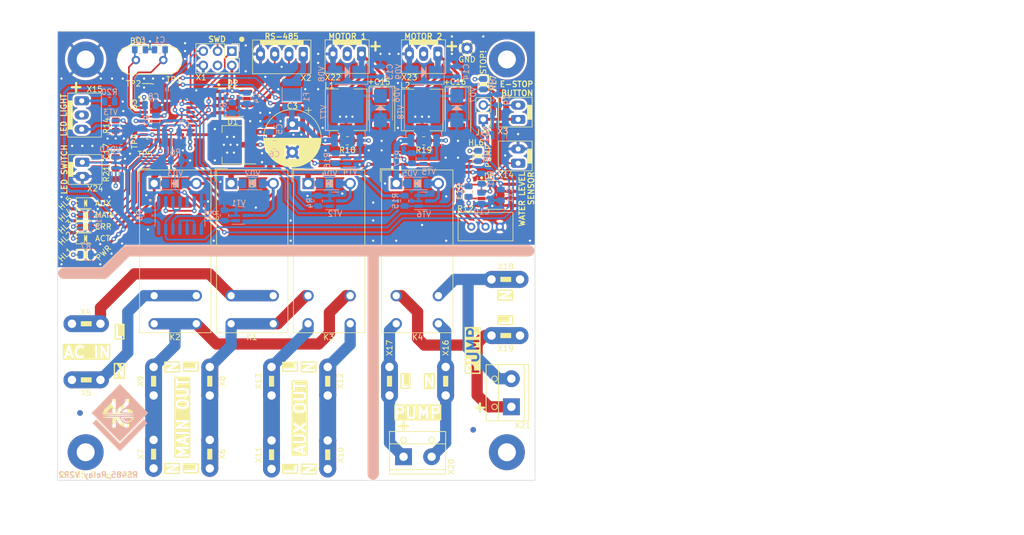
<source format=kicad_pcb>
(kicad_pcb
	(version 20240108)
	(generator "pcbnew")
	(generator_version "8.0")
	(general
		(thickness 1.6)
		(legacy_teardrops no)
	)
	(paper "A4")
	(title_block
		(title "RS485_Relay V2 module")
		(rev "2")
		(company "ООО \"Экросхим\"")
		(comment 1 "Anton Mukhin")
	)
	(layers
		(0 "F.Cu" signal)
		(31 "B.Cu" signal)
		(32 "B.Adhes" user "B.Adhesive")
		(33 "F.Adhes" user "F.Adhesive")
		(34 "B.Paste" user)
		(35 "F.Paste" user)
		(36 "B.SilkS" user "B.Silkscreen")
		(37 "F.SilkS" user "F.Silkscreen")
		(38 "B.Mask" user)
		(39 "F.Mask" user)
		(40 "Dwgs.User" user "User.Drawings")
		(41 "Cmts.User" user "User.Comments")
		(42 "Eco1.User" user "User.Eco1")
		(43 "Eco2.User" user "User.Eco2")
		(44 "Edge.Cuts" user)
		(45 "Margin" user)
		(46 "B.CrtYd" user "B.Courtyard")
		(47 "F.CrtYd" user "F.Courtyard")
		(48 "B.Fab" user)
		(49 "F.Fab" user)
		(50 "User.1" user)
		(51 "User.2" user)
		(52 "User.3" user)
		(53 "User.4" user)
		(54 "User.5" user)
		(55 "User.6" user)
		(56 "User.7" user)
		(57 "User.8" user)
		(58 "User.9" user)
	)
	(setup
		(pad_to_mask_clearance 0)
		(allow_soldermask_bridges_in_footprints no)
		(aux_axis_origin 40 110)
		(grid_origin 40 110)
		(pcbplotparams
			(layerselection 0x00010fc_ffffffff)
			(plot_on_all_layers_selection 0x0000000_00000000)
			(disableapertmacros no)
			(usegerberextensions no)
			(usegerberattributes no)
			(usegerberadvancedattributes no)
			(creategerberjobfile no)
			(dashed_line_dash_ratio 12.000000)
			(dashed_line_gap_ratio 3.000000)
			(svgprecision 4)
			(plotframeref no)
			(viasonmask no)
			(mode 1)
			(useauxorigin yes)
			(hpglpennumber 1)
			(hpglpenspeed 20)
			(hpglpendiameter 15.000000)
			(pdf_front_fp_property_popups yes)
			(pdf_back_fp_property_popups yes)
			(dxfpolygonmode yes)
			(dxfimperialunits yes)
			(dxfusepcbnewfont yes)
			(psnegative no)
			(psa4output no)
			(plotreference yes)
			(plotvalue no)
			(plotfptext yes)
			(plotinvisibletext no)
			(sketchpadsonfab no)
			(subtractmaskfromsilk yes)
			(outputformat 1)
			(mirror no)
			(drillshape 0)
			(scaleselection 1)
			(outputdirectory "gerbers/")
		)
	)
	(net 0 "")
	(net 1 "Net-(D3-PF1)")
	(net 2 "Net-(D3-PF0)")
	(net 3 "GND")
	(net 4 "+12V")
	(net 5 "+3V3")
	(net 6 "E_STOP")
	(net 7 "Net-(D5A--)")
	(net 8 "Net-(D5A-+)")
	(net 9 "WATER")
	(net 10 "Net-(VD8-K)")
	(net 11 "Net-(VD9-K)")
	(net 12 "LIGHTS_SW")
	(net 13 "U1_RX")
	(net 14 "TXEN")
	(net 15 "U1_TX")
	(net 16 "Net-(D2-A)")
	(net 17 "Net-(D2-B)")
	(net 18 "RESET")
	(net 19 "Net-(D3-PA2)")
	(net 20 "Net-(D3-PA3)")
	(net 21 "LIGHTS")
	(net 22 "RL_EN")
	(net 23 "LED_AUX")
	(net 24 "LED_MAIN")
	(net 25 "LED_ERR")
	(net 26 "LED_ACT")
	(net 27 "unconnected-(D3-PA12-Pad22)")
	(net 28 "SWDIO")
	(net 29 "SWCLK")
	(net 30 "RL_AUX")
	(net 31 "RL_MAIN_uC")
	(net 32 "MOTOR1")
	(net 33 "MOTOR2")
	(net 34 "Net-(D3-PB6)")
	(net 35 "Net-(D3-PB7)")
	(net 36 "Net-(D4A-B)")
	(net 37 "LED_STOP")
	(net 38 "Net-(D4C-A)")
	(net 39 "RL_MAIN")
	(net 40 "Net-(X2-Pin_1)")
	(net 41 "unconnected-(H1-Pad1)")
	(net 42 "unconnected-(H2-Pad1)")
	(net 43 "unconnected-(H3-Pad1)")
	(net 44 "Net-(HL1-K)")
	(net 45 "Net-(HL2-K)")
	(net 46 "Net-(HL3-K)")
	(net 47 "Net-(HL4-K)")
	(net 48 "Net-(HL5-K)")
	(net 49 "Net-(HL6-K)")
	(net 50 "Net-(HL7-K)")
	(net 51 "/L_IN")
	(net 52 "/L_MAIN")
	(net 53 "Net-(VD2-A)")
	(net 54 "/N_IN")
	(net 55 "/N_MAIN")
	(net 56 "/L_AUX")
	(net 57 "/N_AUX")
	(net 58 "Net-(VD4-A)")
	(net 59 "Net-(X18-Pin_1)")
	(net 60 "Net-(X17-Pin_1)")
	(net 61 "Net-(X19-Pin_1)")
	(net 62 "Net-(X16-Pin_1)")
	(net 63 "Net-(VD5-A)")
	(net 64 "Net-(VD6-K)")
	(net 65 "Net-(VD7-K)")
	(net 66 "Net-(VT4-D)")
	(net 67 "Net-(VT5-D)")
	(net 68 "Net-(X15-Pin_1)")
	(net 69 "Net-(VT3-D)")
	(net 70 "unconnected-(X1-Pin_4-Pad4)")
	(net 71 "unconnected-(X15-Pin_2-Pad2)")
	(net 72 "unconnected-(X22-Pin_2-Pad2)")
	(net 73 "unconnected-(X23-Pin_2-Pad2)")
	(footprint "Package_SO:SOIC-8_3.9x4.9mm_P1.27mm" (layer "F.Cu") (at 71.2 42.599998))
	(footprint "Relay_THT:Relay_SPST_Omron_G2RL-1A-E" (layer "F.Cu") (at 57.2 57.1))
	(footprint "Ecohim:Connector_TAB_6.35mm" (layer "F.Cu") (at 57.1 92.34 90))
	(footprint "Capacitor_SMD:C_0805_2012Metric" (layer "F.Cu") (at 113.175 58.535 90))
	(footprint "LED_SMD:LED_0805_2012Metric" (layer "F.Cu") (at 45.000001 62.7))
	(footprint "Ecohim:TestPoint_Pad_D0.8mm_no_circle" (layer "F.Cu") (at 59.100001 39.6 180))
	(footprint "Ecohim:DS1070-3_WF-3_CONNFLY" (layer "F.Cu") (at 89.034999 34))
	(footprint "LED_SMD:LED_0805_2012Metric" (layer "F.Cu") (at 45 60.600001))
	(footprint "Resistor_SMD:R_0805_2012Metric" (layer "F.Cu") (at 50.3375 55.4 90))
	(footprint "Ecohim:Connector_TAB_6.35mm" (layer "F.Cu") (at 88.1 92.34 90))
	(footprint "LED_SMD:LED_0805_2012Metric" (layer "F.Cu") (at 45.000001 66.9))
	(footprint "Capacitor_SMD:C_0805_2012Metric" (layer "F.Cu") (at 50.3375 51.4 90))
	(footprint "Ecohim:Connector_TAB_6.35mm" (layer "F.Cu") (at 78.1 105.44 90))
	(footprint "Ecohim:TestPoint_Pad_D0.8mm_no_circle" (layer "F.Cu") (at 54.7 49.6 180))
	(footprint "Ecohim:Connector_TAB_6.35mm" (layer "F.Cu") (at 88.1 105.44 90))
	(footprint "Ecohim:Connector_TAB_6.35mm" (layer "F.Cu") (at 67.1 92.34 90))
	(footprint "Ecohim:Connector_TAB_6.35mm" (layer "F.Cu") (at 109.1 92.339999 -90))
	(footprint "Ecohim:TerminalBlock_KLS2-301-5.00-02P" (layer "F.Cu") (at 120.8 94.4 90))
	(footprint "Relay_THT:Relay_DPST_Omron_G2RL-2A" (layer "F.Cu") (at 100.3 57.1))
	(footprint "Ecohim:TestPoint_Pad_D0.8mm_no_circle" (layer "F.Cu") (at 57.8 39.6 180))
	(footprint "Connector_PinHeader_2.54mm:PinHeader_2x03_P2.54mm_Vertical" (layer "F.Cu") (at 71.025 33.525 -90))
	(footprint "MountingHole:MountingHole_3.2mm_M3_Pad" (layer "F.Cu") (at 45 105))
	(footprint "LED_SMD:LED_0805_2012Metric" (layer "F.Cu") (at 45 69.8))
	(footprint "Ecohim:Connector_TAB_6.35mm" (layer "F.Cu") (at 119.8 74.2))
	(footprint "Ecohim:Connector_TAB_6.35mm" (layer "F.Cu") (at 78.1 92.34 90))
	(footprint "Package_TO_SOT_SMD:SOT-223-3_TabPin2" (layer "F.Cu") (at 71.2 50.2 180))
	(footprint "Resistor_SMD:R_0805_2012Metric" (layer "F.Cu") (at 105.2 49.500001 180))
	(footprint "MountingHole:MountingHole_3.2mm_M3_Pad" (layer "F.Cu") (at 120 105))
	(footprint "Resistor_SMD:R_0805_2012Metric" (layer "F.Cu") (at 91.6 49.5 180))
	(footprint "MountingHole:MountingHole_3.2mm_M3_Pad" (layer "F.Cu") (at 45 35))
	(footprint "Ecohim:TestPoint_Pad_D0.8mm_no_circle" (layer "F.Cu") (at 55.5 50.6 180))
	(footprint "Ecohim:TerminalBlock_KLS2-301-5.00-02P" (layer "F.Cu") (at 104.1 105.8))
	(footprint "Ecohim:Connector_TAB_6.35mm" (layer "F.Cu") (at 57.1 105.34 90))
	(footprint "LED_SMD:LED_0805_2012Metric" (layer "F.Cu") (at 115.8 39.4 -90))
	(footprint "Ecohim:Ecohim-logo_10x12mm" (layer "F.Cu") (at 51.1 98.8))
	(footprint "LED_SMD:LED_0805_2012Metric" (layer "F.Cu") (at 45 64.8))
	(footprint "Potentiometer_THT:Potentiometer_Bourns_3296W_Vertical" (layer "F.Cu") (at 113.66 64.8 180))
	(footprint "Ecohim:DS1070-3_WF-3_CONNFLY" (layer "F.Cu") (at 102.635001 34))
	(footprint "TestPoint:TestPoint_THTPad_D2.0mm_Drill1.0mm" (layer "F.Cu") (at 112.9 33 180))
	(footprint "Ecohim:L_7.3x7.3_H4.5" (layer "F.Cu") (at 91.375 43.965 90))
	(footprint "Fiducial:Fiducial_1mm_Mask2mm" (layer "F.Cu") (at 44 98))
	(footprint "Ecohim:Connector_TAB_6.35mm" (layer "F.Cu") (at 99.1 92.34 -90))
	(footprint "Relay_THT:Relay_DPST_Omron_G2RL-2A" (layer "F.Cu") (at 84.6 57.1))
	(footprint "Capacitor_Tantalum_SMD:CP_EIA-7343-31_Kemet-D" (layer "F.Cu") (at 111.3 44.2 -90))
	(footprint "Ecohim:DS1070-2_WF-2_CONNFLY" (layer "F.Cu") (at 122 50.95 -90))
	(footprint "Capacitor_Tantalum_SMD:CP_EIA-7343-31_Kemet-D" (layer "F.Cu") (at 97.775 44.165 -90))
	(footprint "MountingHole:MountingHole_3.2mm_M3_Pad" (layer "F.Cu") (at 120 35))
	(footprint "Ecohim:Connector_TAB_6.35mm" (layer "F.Cu") (at 67.1 105.34 90))
	(footprint "Package_SO:SOP-8_3.9x4.9mm_P1.27mm"
		(layer "F.Cu")
		(uuid "cc664ecd-ff80-46c5-b513-0eae4b8e19f0")
		(at 118.175 59.135)
		(descr "SOP, 8 Pin (http://www.macronix.com/Lists/Datasheet/Attachments/7534/MX25R3235F,%20Wide%20Range,%2032Mb,%20v1.6.pdf#page=79), generated with kicad-footprint-generator ipc_gullwing_generator.py")
		(tags "SOP SO")
		(property "Reference" "D5"
			(at -1.275 -3.335 0)
			(layer "F.SilkS")
			(uuid "7528f148-1ed7-4de0-ae7e-0a38b2fedf16")
			(effects
				(font
					(size 1 1)
					(thickness 0.15)
				)
			)
		)
		(property "Value" "LM393"
			(at 2.825 -0.035 90)
			(layer "F.Fab")
			(uuid "e336a0c8-d2e0-4cc4-8923-b3478b761b67")
			(effects
				(font
					(size 1 1)
					(thickness 0.15)
				)
			)
		)
		(property "Footprint" ""
			(at 0 0 0)
			(unlocked yes)
			(layer "F.Fab")
			(hide yes)
			(uuid "a5a4bb47-865f-4fcf-b428-066dad198a21")
			(effects
				(font
					(size 1.27 1.27)
				)
			)
		)
		(property "Datasheet" "http://www.ti.com/lit/ds/symlink/lm393.pdf"
			(at 0 0 0)
			(unlocked yes)
			(layer "F.Fab")
			(hide yes)
			(uuid "5b1983d7-4622-4372-a529-faea96ee0b55")
			(effects
				(font
					(size 1.27 1.27)
				)
			)
		)
		(property "Description" ""
			(at 0 0 0)
			(unlocked yes)
			(layer "F.Fab")
			(hide yes)
			(uuid "55f37b3f-f460-4c60-8162-352715072610")
			(effects
				(font
					(size 1.27 1.27)
				)
			)
		)
		(property ki_fp_filters "SOIC*3.9x4.9mm*P1.27mm* DIP*W7.62mm* SOP*5.28x5.23mm*P1.27mm* VSSOP*3.0x3.0mm*P0.65mm* TSSOP*4.4x3mm*P0.65mm*")
		(path "/244d5097-eb53-4d45-9f92-1ef68e5a9af7")
		(sheetname "Root")
		(sheetfile "RS485_Relay_V2R1.kicad_sch")
		(attr smd)
		(fp_line
			(start 0 -2.56)
			(end -3.45 -2.56)
			(stroke
				(width 0.12)
				(type solid)
			)
			(layer "F.SilkS")
			(uuid "dd03b1de-a2cf-46ee-a56a-6c236a09ce7a")
		)
		(fp_line
			(start 0 -2.56)
			(end 1.95 -2.56)
			(stroke
				(width 0.12)
				(type solid)
			)
			(layer "F.SilkS")
			(uuid "56d8d7e0-fbfb-4331-96cc-34a5b43b7cf7")
		)
		(fp_line
			(start 0 2.56)
			(end -1.95 2.56)
			(stroke
				(width 0.12)
				(type solid)
			)
			(layer "F.SilkS")
			(uuid "88289659-2f59-4b49-aef5-a09d85b97267")
		)
		(fp_line
			(start 0 2.56)
			(end 1.95 2.56)
			(stroke
				(width 0.12)
				(type solid)
			)
			(layer "F.SilkS")
			(uuid "cc2e6eac-5478-434d-a695-21d4999f1e94")
		)
		(fp_line
			(start -3.7 -2.7)
			(end -3.7 2.7)
			(stroke
				(width 0.05)
				(type solid)
			)
			(layer "F.CrtYd")
			(uuid "0e90cfeb-421e-461a-ad87-be966e69d49d")
		)
		(fp_line
			(start -3.7 2.7)
			(end 3.7 2.7)
			(stroke
				(width 0.05)
				(type solid)
			)
			(layer "F.CrtYd")
			(uuid "1d8182dd-e31b-4fb2-95f5-a3c7e8b5078f")
		)
		(fp_line
			(start 3.7 -2.7)
			(end -3.7 -2.7)
			(stroke
				(width 0.05)
				(type solid)
			)
			(layer "F.CrtYd")
			(uuid "626df6de-312f-4ad0-89c2-81b300f75499")
		)
		(fp_line
			(start 3.7 2.7)
			(end 3.7 -2.7)
			(stroke
				(width 0.05)
				(type solid)
			)
			(layer "F.CrtYd")
			(uuid "8c366cc9-a218-4a62-a12b-33b5b06a4988")
		)
		(fp_line
			(start -1.95 -1.475)
			(end -0.975 -2.45)
			(stroke
				(width 0.1)
				(type solid)
			)
			(layer "F.Fab")
			(uuid "511e7bd8-478a-4850-a7aa-c06ded2d074e")
		)
		(fp_line
			(start -1.95 2.45)
			(end -1.95 -1.475)
			(stroke
				(width 0.1)
				(type solid)
			)
			(layer "F.Fab")
			(uuid "6690d87c-22cb-4489-80da-cf2a2bffd571")
		)
		(fp_line
			(start -0.975 -2.45)
			(end 1.95 -2.45)
			(stroke
				(width 0.1)
				(type solid)
			)
			(layer "F.Fab")
			(uuid "e2b00d83-84ea-4bfd-b68a-cc3382227cb6")
		)
		(fp_line
			(start 1.95 -2.45)
			(end 1.95 2.45)
			(stroke
				(width 0.1)
				(type solid)
			)
			(layer "F.Fab")
			(uuid "70282d78-21dd-4a88-80f8-c09f40a27254")
		)
		(fp_line
			(start 1.95 2.45)
			(end -1.95 2.45)
			(stroke
				(width 0.1)
				(type solid)
			)
			(layer "F.Fab")
			(uuid "780ee4b6-c4b5-4bda-9dd2-13263ab7860d")
		)
		(fp_text user "${REFERENCE}"
			(at 0 0 0)
			(layer "F.Fab")
			(uuid "c47be005-e696-4827-9076-5ba702e6864f")
			(effects
				(font
					(size 0.98 0.98)
					(thickness 0.15)
				)
			)
		)
		(pad "1" smd roundrect
			(at -2.625 -1.905)
			(size 1.65 0.6)
			(layers "F.Cu" "F.Paste" "F.Mask")
			(roundrect_rratio 0.25)
			(net 9 "WATER")
			(pintype "open_collector")
			(uuid "9dae4b69-de2c-4cd5-b7e3-9ae7f458cfc7")
		)
		(pad "2" smd roundrect
			(at -2.625 -0.635)
			(size 1.65 0.6)
			(layers "F.Cu" "F.Paste" "F.Mask")
			(roundrect_rratio 0.25)
			(net 7 "Net-(D5A--)")
			(pinfunction "-")
			(pintype "input")
			(uuid "0a1a05d8-2f93-48ed-9b95-31d750146141")
		)
		(pad "3" smd roundrect
			(at -2.625 0.635)
			(size 1.65 0.6)
			(layers "F.Cu" "F.Paste" "F.Mask")
			(roundrect_rratio 0.25)
			(net 8 "Net-(D5A-+)")
			(pinfunction "+")
			(pintype "input")
			(uuid "060e6048-dc36-45d2-8a43-a577aed1cd3c")
		)
		(pad "4" smd roundrect
			(at -2.625 1.905)
			(size 1.65 0.6)
			(layers "F.Cu" "F.Paste" "F.Mask")
			(roundrect_rratio 0.25)
			(net 3 "GND")
			(pinfunction "V-")
			(pintype "power_in")
			(uuid "ddf3d185-a7f2-4349-b072-cdc54b7c0c6c")
		)
		(pad "5" smd roundrect
			(at 2.625 1.905)
			(size 1.65 0.6)
			(layers "F.Cu" "F.Paste" "F.Mask")
			(roundrect_rratio 0.25)
			(net 3 "GND")
			(pinfunction "+")
			(pintype "input")
			(uuid "76132f5b-e93e-40eb-9ee6-3221fd1d7f3b")
		)
		(pad "6" smd roundrect
			(at 2.625 0.635)
			(size 1.65 0.6)
			(layers "F.Cu" "F.Paste" "F.Mask")
			(roundrect_rratio 0.25)
			(net 3 "GND")
			(pin
... [886749 chars truncated]
</source>
